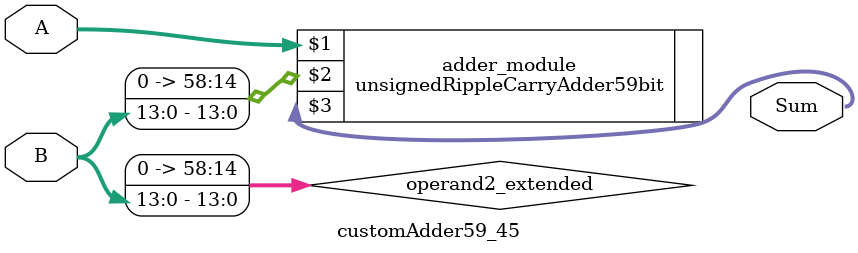
<source format=v>
module customAdder59_45(
                        input [58 : 0] A,
                        input [13 : 0] B,
                        
                        output [59 : 0] Sum
                );

        wire [58 : 0] operand2_extended;
        
        assign operand2_extended =  {45'b0, B};
        
        unsignedRippleCarryAdder59bit adder_module(
            A,
            operand2_extended,
            Sum
        );
        
        endmodule
        
</source>
